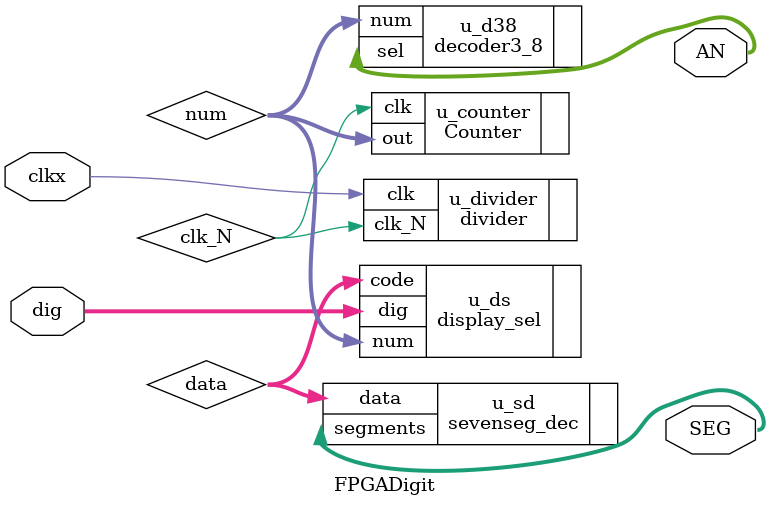
<source format=v>
/******************************************************************************
 ** Logisim goes FPGA automatic generated Verilog code                       **
 **                                                                          **
 ** Component : FPGADigit                                                    **
 **                                                                          **
 ******************************************************************************/

`timescale 1ns/1ps
module FPGADigit( clkx,
                  dig,
                  AN,
                  SEG);

   /***********************************************
   ****************************
    ** Here the inputs are defined                                           **
    ***************************************************************************/
   input  clkx;
   input[31:0]  dig;

   /***************************************************************************
    ** Here the outputs are defined                                          **
    ***************************************************************************/
   output[7:0] AN;
   output[7:0] SEG;

   /***************************************************************************
    ** Here the internal wires are defined                                   **
    ***************************************************************************/
   wire clk_N;
   wire[3:0] data;
   wire[2:0] num;

    divider #(5000) u_divider(.clk(clkx), .clk_N(clk_N));
    Counter u_counter(.clk(clk_N), .out(num));
    decoder3_8 u_d38(.num(num), .sel(AN));
    display_sel u_ds(.num(num), .dig(dig), .code(data));
    sevenseg_dec u_sd(.data(data), .segments(SEG));
    
    
endmodule

</source>
